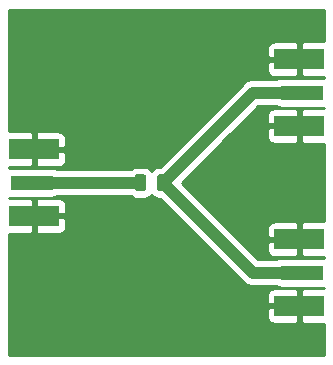
<source format=gbr>
%TF.GenerationSoftware,KiCad,Pcbnew,(5.1.9)-1*%
%TF.CreationDate,2021-03-17T18:50:59-04:00*%
%TF.ProjectId,PowerSplitter,506f7765-7253-4706-9c69-747465722e6b,rev?*%
%TF.SameCoordinates,Original*%
%TF.FileFunction,Copper,L1,Top*%
%TF.FilePolarity,Positive*%
%FSLAX46Y46*%
G04 Gerber Fmt 4.6, Leading zero omitted, Abs format (unit mm)*
G04 Created by KiCad (PCBNEW (5.1.9)-1) date 2021-03-17 18:50:59*
%MOMM*%
%LPD*%
G01*
G04 APERTURE LIST*
%TA.AperFunction,SMDPad,CuDef*%
%ADD10R,4.200000X1.750000*%
%TD*%
%TA.AperFunction,SMDPad,CuDef*%
%ADD11R,3.600000X1.270000*%
%TD*%
%TA.AperFunction,ViaPad*%
%ADD12C,0.800000*%
%TD*%
%TA.AperFunction,Conductor*%
%ADD13C,1.000000*%
%TD*%
%TA.AperFunction,Conductor*%
%ADD14C,0.254000*%
%TD*%
%TA.AperFunction,Conductor*%
%ADD15C,0.100000*%
%TD*%
G04 APERTURE END LIST*
D10*
%TO.P,J3,3_1*%
%TO.N,GND*%
X134420000Y-78455000D03*
%TO.P,J3,2_1*%
X134420000Y-84105000D03*
D11*
%TO.P,J3,1*%
%TO.N,Net-(C1-Pad1)*%
X134620000Y-81280000D03*
%TD*%
D10*
%TO.P,J2,3_1*%
%TO.N,GND*%
X134420000Y-63215000D03*
%TO.P,J2,2_1*%
X134420000Y-68865000D03*
D11*
%TO.P,J2,1*%
%TO.N,Net-(C1-Pad1)*%
X134620000Y-66040000D03*
%TD*%
D10*
%TO.P,J1,3_1*%
%TO.N,GND*%
X111960000Y-76485000D03*
%TO.P,J1,2_1*%
X111960000Y-70835000D03*
D11*
%TO.P,J1,1*%
%TO.N,Net-(C1-Pad2)*%
X111760000Y-73660000D03*
%TD*%
%TO.P,C1,2*%
%TO.N,Net-(C1-Pad2)*%
%TA.AperFunction,SMDPad,CuDef*%
G36*
G01*
X121470000Y-73185000D02*
X121470000Y-74135000D01*
G75*
G02*
X121220000Y-74385000I-250000J0D01*
G01*
X120720000Y-74385000D01*
G75*
G02*
X120470000Y-74135000I0J250000D01*
G01*
X120470000Y-73185000D01*
G75*
G02*
X120720000Y-72935000I250000J0D01*
G01*
X121220000Y-72935000D01*
G75*
G02*
X121470000Y-73185000I0J-250000D01*
G01*
G37*
%TD.AperFunction*%
%TO.P,C1,1*%
%TO.N,Net-(C1-Pad1)*%
%TA.AperFunction,SMDPad,CuDef*%
G36*
G01*
X123370000Y-73185000D02*
X123370000Y-74135000D01*
G75*
G02*
X123120000Y-74385000I-250000J0D01*
G01*
X122620000Y-74385000D01*
G75*
G02*
X122370000Y-74135000I0J250000D01*
G01*
X122370000Y-73185000D01*
G75*
G02*
X122620000Y-72935000I250000J0D01*
G01*
X123120000Y-72935000D01*
G75*
G02*
X123370000Y-73185000I0J-250000D01*
G01*
G37*
%TD.AperFunction*%
%TD*%
D12*
%TO.N,GND*%
X110668550Y-60494876D03*
X110668550Y-64494876D03*
X110668550Y-79494876D03*
X110668550Y-83494876D03*
X110668550Y-87494876D03*
X111668550Y-67494876D03*
X112668550Y-62494876D03*
X112668550Y-81494876D03*
X112668550Y-85494876D03*
X113668550Y-65494876D03*
X114668550Y-60494876D03*
X114668550Y-79494876D03*
X114668550Y-83494876D03*
X114668550Y-87494876D03*
X115668550Y-63494876D03*
X115668550Y-67494876D03*
X115668550Y-71494876D03*
X115668550Y-75494876D03*
X116668550Y-81494876D03*
X116668550Y-85494876D03*
X117668550Y-61494876D03*
X117668550Y-65494876D03*
X117668550Y-69494876D03*
X117668550Y-77494876D03*
X118668550Y-83494876D03*
X118668550Y-87494876D03*
X119668550Y-63494876D03*
X119668550Y-67494876D03*
X119668550Y-71494876D03*
X119668550Y-75494876D03*
X119668550Y-79494876D03*
X120668550Y-60494876D03*
X120668550Y-85494876D03*
X121668550Y-65494876D03*
X121668550Y-69494876D03*
X121668550Y-77494876D03*
X121668550Y-81494876D03*
X122668550Y-62494876D03*
X122668550Y-87494876D03*
X123668550Y-67494876D03*
X123668550Y-79494876D03*
X123668550Y-83494876D03*
X124668550Y-60494876D03*
X124668550Y-64494876D03*
X125668550Y-81494876D03*
X125668550Y-85494876D03*
X126668550Y-62494876D03*
X126668550Y-66494876D03*
X126668550Y-73494876D03*
X127668550Y-83494876D03*
X128668550Y-60494876D03*
X128668550Y-64494876D03*
X128668550Y-71494876D03*
X128668550Y-75494876D03*
X128668550Y-86494876D03*
X130668550Y-62494876D03*
X130668550Y-69494876D03*
X130668550Y-73494876D03*
X130668550Y-77494876D03*
X130668550Y-84494876D03*
X131668550Y-87494876D03*
X132668550Y-60494876D03*
X132668550Y-71494876D03*
X132668550Y-75494876D03*
X134668550Y-73494876D03*
X135668550Y-87494876D03*
%TD*%
D13*
%TO.N,Net-(C1-Pad2)*%
X111760000Y-73660000D02*
X120650000Y-73660000D01*
%TO.N,Net-(C1-Pad1)*%
X122870000Y-73660000D02*
X130490000Y-66040000D01*
X130490000Y-66040000D02*
X135890000Y-66040000D01*
X122870000Y-73660000D02*
X130490000Y-81280000D01*
X130490000Y-81280000D02*
X135890000Y-81280000D01*
%TD*%
D14*
%TO.N,GND*%
X121992038Y-74762962D02*
X122126614Y-74873405D01*
X122280150Y-74955472D01*
X122446746Y-75006008D01*
X122620000Y-75023072D01*
X122627941Y-75023072D01*
X129648009Y-82043141D01*
X129683551Y-82086449D01*
X129856377Y-82228284D01*
X130053553Y-82333676D01*
X130267501Y-82398577D01*
X130434248Y-82415000D01*
X130434257Y-82415000D01*
X130489999Y-82420490D01*
X130545741Y-82415000D01*
X132428296Y-82415000D01*
X132465506Y-82445537D01*
X132575820Y-82504502D01*
X132695518Y-82540812D01*
X132820000Y-82553072D01*
X136420000Y-82553072D01*
X136500001Y-82545193D01*
X136500001Y-82591962D01*
X134705750Y-82595000D01*
X134547000Y-82753750D01*
X134547000Y-83978000D01*
X134567000Y-83978000D01*
X134567000Y-84232000D01*
X134547000Y-84232000D01*
X134547000Y-85456250D01*
X134705750Y-85615000D01*
X136500001Y-85618038D01*
X136500001Y-88240000D01*
X109880000Y-88240000D01*
X109880000Y-84980000D01*
X131681928Y-84980000D01*
X131694188Y-85104482D01*
X131730498Y-85224180D01*
X131789463Y-85334494D01*
X131868815Y-85431185D01*
X131965506Y-85510537D01*
X132075820Y-85569502D01*
X132195518Y-85605812D01*
X132320000Y-85618072D01*
X134134250Y-85615000D01*
X134293000Y-85456250D01*
X134293000Y-84232000D01*
X131843750Y-84232000D01*
X131685000Y-84390750D01*
X131681928Y-84980000D01*
X109880000Y-84980000D01*
X109880000Y-83230000D01*
X131681928Y-83230000D01*
X131685000Y-83819250D01*
X131843750Y-83978000D01*
X134293000Y-83978000D01*
X134293000Y-82753750D01*
X134134250Y-82595000D01*
X132320000Y-82591928D01*
X132195518Y-82604188D01*
X132075820Y-82640498D01*
X131965506Y-82699463D01*
X131868815Y-82778815D01*
X131789463Y-82875506D01*
X131730498Y-82985820D01*
X131694188Y-83105518D01*
X131681928Y-83230000D01*
X109880000Y-83230000D01*
X109880000Y-77998038D01*
X111674250Y-77995000D01*
X111833000Y-77836250D01*
X111833000Y-76612000D01*
X112087000Y-76612000D01*
X112087000Y-77836250D01*
X112245750Y-77995000D01*
X114060000Y-77998072D01*
X114184482Y-77985812D01*
X114304180Y-77949502D01*
X114414494Y-77890537D01*
X114511185Y-77811185D01*
X114590537Y-77714494D01*
X114649502Y-77604180D01*
X114685812Y-77484482D01*
X114698072Y-77360000D01*
X114695000Y-76770750D01*
X114536250Y-76612000D01*
X112087000Y-76612000D01*
X111833000Y-76612000D01*
X111813000Y-76612000D01*
X111813000Y-76358000D01*
X111833000Y-76358000D01*
X111833000Y-75133750D01*
X112087000Y-75133750D01*
X112087000Y-76358000D01*
X114536250Y-76358000D01*
X114695000Y-76199250D01*
X114698072Y-75610000D01*
X114685812Y-75485518D01*
X114649502Y-75365820D01*
X114590537Y-75255506D01*
X114511185Y-75158815D01*
X114414494Y-75079463D01*
X114304180Y-75020498D01*
X114184482Y-74984188D01*
X114060000Y-74971928D01*
X112245750Y-74975000D01*
X112087000Y-75133750D01*
X111833000Y-75133750D01*
X111674250Y-74975000D01*
X109880000Y-74971962D01*
X109880000Y-74925193D01*
X109960000Y-74933072D01*
X113560000Y-74933072D01*
X113684482Y-74920812D01*
X113804180Y-74884502D01*
X113914494Y-74825537D01*
X113951704Y-74795000D01*
X120131077Y-74795000D01*
X120226614Y-74873405D01*
X120380150Y-74955472D01*
X120546746Y-75006008D01*
X120720000Y-75023072D01*
X121220000Y-75023072D01*
X121393254Y-75006008D01*
X121559850Y-74955472D01*
X121713386Y-74873405D01*
X121847962Y-74762962D01*
X121920000Y-74675183D01*
X121992038Y-74762962D01*
%TA.AperFunction,Conductor*%
D15*
G36*
X121992038Y-74762962D02*
G01*
X122126614Y-74873405D01*
X122280150Y-74955472D01*
X122446746Y-75006008D01*
X122620000Y-75023072D01*
X122627941Y-75023072D01*
X129648009Y-82043141D01*
X129683551Y-82086449D01*
X129856377Y-82228284D01*
X130053553Y-82333676D01*
X130267501Y-82398577D01*
X130434248Y-82415000D01*
X130434257Y-82415000D01*
X130489999Y-82420490D01*
X130545741Y-82415000D01*
X132428296Y-82415000D01*
X132465506Y-82445537D01*
X132575820Y-82504502D01*
X132695518Y-82540812D01*
X132820000Y-82553072D01*
X136420000Y-82553072D01*
X136500001Y-82545193D01*
X136500001Y-82591962D01*
X134705750Y-82595000D01*
X134547000Y-82753750D01*
X134547000Y-83978000D01*
X134567000Y-83978000D01*
X134567000Y-84232000D01*
X134547000Y-84232000D01*
X134547000Y-85456250D01*
X134705750Y-85615000D01*
X136500001Y-85618038D01*
X136500001Y-88240000D01*
X109880000Y-88240000D01*
X109880000Y-84980000D01*
X131681928Y-84980000D01*
X131694188Y-85104482D01*
X131730498Y-85224180D01*
X131789463Y-85334494D01*
X131868815Y-85431185D01*
X131965506Y-85510537D01*
X132075820Y-85569502D01*
X132195518Y-85605812D01*
X132320000Y-85618072D01*
X134134250Y-85615000D01*
X134293000Y-85456250D01*
X134293000Y-84232000D01*
X131843750Y-84232000D01*
X131685000Y-84390750D01*
X131681928Y-84980000D01*
X109880000Y-84980000D01*
X109880000Y-83230000D01*
X131681928Y-83230000D01*
X131685000Y-83819250D01*
X131843750Y-83978000D01*
X134293000Y-83978000D01*
X134293000Y-82753750D01*
X134134250Y-82595000D01*
X132320000Y-82591928D01*
X132195518Y-82604188D01*
X132075820Y-82640498D01*
X131965506Y-82699463D01*
X131868815Y-82778815D01*
X131789463Y-82875506D01*
X131730498Y-82985820D01*
X131694188Y-83105518D01*
X131681928Y-83230000D01*
X109880000Y-83230000D01*
X109880000Y-77998038D01*
X111674250Y-77995000D01*
X111833000Y-77836250D01*
X111833000Y-76612000D01*
X112087000Y-76612000D01*
X112087000Y-77836250D01*
X112245750Y-77995000D01*
X114060000Y-77998072D01*
X114184482Y-77985812D01*
X114304180Y-77949502D01*
X114414494Y-77890537D01*
X114511185Y-77811185D01*
X114590537Y-77714494D01*
X114649502Y-77604180D01*
X114685812Y-77484482D01*
X114698072Y-77360000D01*
X114695000Y-76770750D01*
X114536250Y-76612000D01*
X112087000Y-76612000D01*
X111833000Y-76612000D01*
X111813000Y-76612000D01*
X111813000Y-76358000D01*
X111833000Y-76358000D01*
X111833000Y-75133750D01*
X112087000Y-75133750D01*
X112087000Y-76358000D01*
X114536250Y-76358000D01*
X114695000Y-76199250D01*
X114698072Y-75610000D01*
X114685812Y-75485518D01*
X114649502Y-75365820D01*
X114590537Y-75255506D01*
X114511185Y-75158815D01*
X114414494Y-75079463D01*
X114304180Y-75020498D01*
X114184482Y-74984188D01*
X114060000Y-74971928D01*
X112245750Y-74975000D01*
X112087000Y-75133750D01*
X111833000Y-75133750D01*
X111674250Y-74975000D01*
X109880000Y-74971962D01*
X109880000Y-74925193D01*
X109960000Y-74933072D01*
X113560000Y-74933072D01*
X113684482Y-74920812D01*
X113804180Y-74884502D01*
X113914494Y-74825537D01*
X113951704Y-74795000D01*
X120131077Y-74795000D01*
X120226614Y-74873405D01*
X120380150Y-74955472D01*
X120546746Y-75006008D01*
X120720000Y-75023072D01*
X121220000Y-75023072D01*
X121393254Y-75006008D01*
X121559850Y-74955472D01*
X121713386Y-74873405D01*
X121847962Y-74762962D01*
X121920000Y-74675183D01*
X121992038Y-74762962D01*
G37*
%TD.AperFunction*%
D14*
X132465506Y-67205537D02*
X132575820Y-67264502D01*
X132695518Y-67300812D01*
X132820000Y-67313072D01*
X136420000Y-67313072D01*
X136500000Y-67305193D01*
X136500000Y-67351962D01*
X134705750Y-67355000D01*
X134547000Y-67513750D01*
X134547000Y-68738000D01*
X134567000Y-68738000D01*
X134567000Y-68992000D01*
X134547000Y-68992000D01*
X134547000Y-70216250D01*
X134705750Y-70375000D01*
X136500000Y-70378038D01*
X136500001Y-76941962D01*
X134705750Y-76945000D01*
X134547000Y-77103750D01*
X134547000Y-78328000D01*
X134567000Y-78328000D01*
X134567000Y-78582000D01*
X134547000Y-78582000D01*
X134547000Y-79806250D01*
X134705750Y-79965000D01*
X136500001Y-79968038D01*
X136500001Y-80014807D01*
X136420000Y-80006928D01*
X132820000Y-80006928D01*
X132695518Y-80019188D01*
X132575820Y-80055498D01*
X132465506Y-80114463D01*
X132428296Y-80145000D01*
X130960132Y-80145000D01*
X130145132Y-79330000D01*
X131681928Y-79330000D01*
X131694188Y-79454482D01*
X131730498Y-79574180D01*
X131789463Y-79684494D01*
X131868815Y-79781185D01*
X131965506Y-79860537D01*
X132075820Y-79919502D01*
X132195518Y-79955812D01*
X132320000Y-79968072D01*
X134134250Y-79965000D01*
X134293000Y-79806250D01*
X134293000Y-78582000D01*
X131843750Y-78582000D01*
X131685000Y-78740750D01*
X131681928Y-79330000D01*
X130145132Y-79330000D01*
X128395132Y-77580000D01*
X131681928Y-77580000D01*
X131685000Y-78169250D01*
X131843750Y-78328000D01*
X134293000Y-78328000D01*
X134293000Y-77103750D01*
X134134250Y-76945000D01*
X132320000Y-76941928D01*
X132195518Y-76954188D01*
X132075820Y-76990498D01*
X131965506Y-77049463D01*
X131868815Y-77128815D01*
X131789463Y-77225506D01*
X131730498Y-77335820D01*
X131694188Y-77455518D01*
X131681928Y-77580000D01*
X128395132Y-77580000D01*
X124475131Y-73660000D01*
X128395131Y-69740000D01*
X131681928Y-69740000D01*
X131694188Y-69864482D01*
X131730498Y-69984180D01*
X131789463Y-70094494D01*
X131868815Y-70191185D01*
X131965506Y-70270537D01*
X132075820Y-70329502D01*
X132195518Y-70365812D01*
X132320000Y-70378072D01*
X134134250Y-70375000D01*
X134293000Y-70216250D01*
X134293000Y-68992000D01*
X131843750Y-68992000D01*
X131685000Y-69150750D01*
X131681928Y-69740000D01*
X128395131Y-69740000D01*
X130145131Y-67990000D01*
X131681928Y-67990000D01*
X131685000Y-68579250D01*
X131843750Y-68738000D01*
X134293000Y-68738000D01*
X134293000Y-67513750D01*
X134134250Y-67355000D01*
X132320000Y-67351928D01*
X132195518Y-67364188D01*
X132075820Y-67400498D01*
X131965506Y-67459463D01*
X131868815Y-67538815D01*
X131789463Y-67635506D01*
X131730498Y-67745820D01*
X131694188Y-67865518D01*
X131681928Y-67990000D01*
X130145131Y-67990000D01*
X130960132Y-67175000D01*
X132428296Y-67175000D01*
X132465506Y-67205537D01*
%TA.AperFunction,Conductor*%
D15*
G36*
X132465506Y-67205537D02*
G01*
X132575820Y-67264502D01*
X132695518Y-67300812D01*
X132820000Y-67313072D01*
X136420000Y-67313072D01*
X136500000Y-67305193D01*
X136500000Y-67351962D01*
X134705750Y-67355000D01*
X134547000Y-67513750D01*
X134547000Y-68738000D01*
X134567000Y-68738000D01*
X134567000Y-68992000D01*
X134547000Y-68992000D01*
X134547000Y-70216250D01*
X134705750Y-70375000D01*
X136500000Y-70378038D01*
X136500001Y-76941962D01*
X134705750Y-76945000D01*
X134547000Y-77103750D01*
X134547000Y-78328000D01*
X134567000Y-78328000D01*
X134567000Y-78582000D01*
X134547000Y-78582000D01*
X134547000Y-79806250D01*
X134705750Y-79965000D01*
X136500001Y-79968038D01*
X136500001Y-80014807D01*
X136420000Y-80006928D01*
X132820000Y-80006928D01*
X132695518Y-80019188D01*
X132575820Y-80055498D01*
X132465506Y-80114463D01*
X132428296Y-80145000D01*
X130960132Y-80145000D01*
X130145132Y-79330000D01*
X131681928Y-79330000D01*
X131694188Y-79454482D01*
X131730498Y-79574180D01*
X131789463Y-79684494D01*
X131868815Y-79781185D01*
X131965506Y-79860537D01*
X132075820Y-79919502D01*
X132195518Y-79955812D01*
X132320000Y-79968072D01*
X134134250Y-79965000D01*
X134293000Y-79806250D01*
X134293000Y-78582000D01*
X131843750Y-78582000D01*
X131685000Y-78740750D01*
X131681928Y-79330000D01*
X130145132Y-79330000D01*
X128395132Y-77580000D01*
X131681928Y-77580000D01*
X131685000Y-78169250D01*
X131843750Y-78328000D01*
X134293000Y-78328000D01*
X134293000Y-77103750D01*
X134134250Y-76945000D01*
X132320000Y-76941928D01*
X132195518Y-76954188D01*
X132075820Y-76990498D01*
X131965506Y-77049463D01*
X131868815Y-77128815D01*
X131789463Y-77225506D01*
X131730498Y-77335820D01*
X131694188Y-77455518D01*
X131681928Y-77580000D01*
X128395132Y-77580000D01*
X124475131Y-73660000D01*
X128395131Y-69740000D01*
X131681928Y-69740000D01*
X131694188Y-69864482D01*
X131730498Y-69984180D01*
X131789463Y-70094494D01*
X131868815Y-70191185D01*
X131965506Y-70270537D01*
X132075820Y-70329502D01*
X132195518Y-70365812D01*
X132320000Y-70378072D01*
X134134250Y-70375000D01*
X134293000Y-70216250D01*
X134293000Y-68992000D01*
X131843750Y-68992000D01*
X131685000Y-69150750D01*
X131681928Y-69740000D01*
X128395131Y-69740000D01*
X130145131Y-67990000D01*
X131681928Y-67990000D01*
X131685000Y-68579250D01*
X131843750Y-68738000D01*
X134293000Y-68738000D01*
X134293000Y-67513750D01*
X134134250Y-67355000D01*
X132320000Y-67351928D01*
X132195518Y-67364188D01*
X132075820Y-67400498D01*
X131965506Y-67459463D01*
X131868815Y-67538815D01*
X131789463Y-67635506D01*
X131730498Y-67745820D01*
X131694188Y-67865518D01*
X131681928Y-67990000D01*
X130145131Y-67990000D01*
X130960132Y-67175000D01*
X132428296Y-67175000D01*
X132465506Y-67205537D01*
G37*
%TD.AperFunction*%
D14*
X136500000Y-61701962D02*
X134705750Y-61705000D01*
X134547000Y-61863750D01*
X134547000Y-63088000D01*
X134567000Y-63088000D01*
X134567000Y-63342000D01*
X134547000Y-63342000D01*
X134547000Y-64566250D01*
X134705750Y-64725000D01*
X136500000Y-64728038D01*
X136500000Y-64774807D01*
X136420000Y-64766928D01*
X132820000Y-64766928D01*
X132695518Y-64779188D01*
X132575820Y-64815498D01*
X132465506Y-64874463D01*
X132428296Y-64905000D01*
X130545741Y-64905000D01*
X130489999Y-64899510D01*
X130434257Y-64905000D01*
X130434248Y-64905000D01*
X130267501Y-64921423D01*
X130053553Y-64986324D01*
X129856377Y-65091716D01*
X129683551Y-65233551D01*
X129648009Y-65276859D01*
X122627941Y-72296928D01*
X122620000Y-72296928D01*
X122446746Y-72313992D01*
X122280150Y-72364528D01*
X122126614Y-72446595D01*
X121992038Y-72557038D01*
X121920000Y-72644817D01*
X121847962Y-72557038D01*
X121713386Y-72446595D01*
X121559850Y-72364528D01*
X121393254Y-72313992D01*
X121220000Y-72296928D01*
X120720000Y-72296928D01*
X120546746Y-72313992D01*
X120380150Y-72364528D01*
X120226614Y-72446595D01*
X120131077Y-72525000D01*
X113951704Y-72525000D01*
X113914494Y-72494463D01*
X113804180Y-72435498D01*
X113684482Y-72399188D01*
X113560000Y-72386928D01*
X109960000Y-72386928D01*
X109880000Y-72394807D01*
X109880000Y-72348038D01*
X111674250Y-72345000D01*
X111833000Y-72186250D01*
X111833000Y-70962000D01*
X112087000Y-70962000D01*
X112087000Y-72186250D01*
X112245750Y-72345000D01*
X114060000Y-72348072D01*
X114184482Y-72335812D01*
X114304180Y-72299502D01*
X114414494Y-72240537D01*
X114511185Y-72161185D01*
X114590537Y-72064494D01*
X114649502Y-71954180D01*
X114685812Y-71834482D01*
X114698072Y-71710000D01*
X114695000Y-71120750D01*
X114536250Y-70962000D01*
X112087000Y-70962000D01*
X111833000Y-70962000D01*
X111813000Y-70962000D01*
X111813000Y-70708000D01*
X111833000Y-70708000D01*
X111833000Y-69483750D01*
X112087000Y-69483750D01*
X112087000Y-70708000D01*
X114536250Y-70708000D01*
X114695000Y-70549250D01*
X114698072Y-69960000D01*
X114685812Y-69835518D01*
X114649502Y-69715820D01*
X114590537Y-69605506D01*
X114511185Y-69508815D01*
X114414494Y-69429463D01*
X114304180Y-69370498D01*
X114184482Y-69334188D01*
X114060000Y-69321928D01*
X112245750Y-69325000D01*
X112087000Y-69483750D01*
X111833000Y-69483750D01*
X111674250Y-69325000D01*
X109880000Y-69321962D01*
X109880000Y-64090000D01*
X131681928Y-64090000D01*
X131694188Y-64214482D01*
X131730498Y-64334180D01*
X131789463Y-64444494D01*
X131868815Y-64541185D01*
X131965506Y-64620537D01*
X132075820Y-64679502D01*
X132195518Y-64715812D01*
X132320000Y-64728072D01*
X134134250Y-64725000D01*
X134293000Y-64566250D01*
X134293000Y-63342000D01*
X131843750Y-63342000D01*
X131685000Y-63500750D01*
X131681928Y-64090000D01*
X109880000Y-64090000D01*
X109880000Y-62340000D01*
X131681928Y-62340000D01*
X131685000Y-62929250D01*
X131843750Y-63088000D01*
X134293000Y-63088000D01*
X134293000Y-61863750D01*
X134134250Y-61705000D01*
X132320000Y-61701928D01*
X132195518Y-61714188D01*
X132075820Y-61750498D01*
X131965506Y-61809463D01*
X131868815Y-61888815D01*
X131789463Y-61985506D01*
X131730498Y-62095820D01*
X131694188Y-62215518D01*
X131681928Y-62340000D01*
X109880000Y-62340000D01*
X109880000Y-59080000D01*
X136500000Y-59080000D01*
X136500000Y-61701962D01*
%TA.AperFunction,Conductor*%
D15*
G36*
X136500000Y-61701962D02*
G01*
X134705750Y-61705000D01*
X134547000Y-61863750D01*
X134547000Y-63088000D01*
X134567000Y-63088000D01*
X134567000Y-63342000D01*
X134547000Y-63342000D01*
X134547000Y-64566250D01*
X134705750Y-64725000D01*
X136500000Y-64728038D01*
X136500000Y-64774807D01*
X136420000Y-64766928D01*
X132820000Y-64766928D01*
X132695518Y-64779188D01*
X132575820Y-64815498D01*
X132465506Y-64874463D01*
X132428296Y-64905000D01*
X130545741Y-64905000D01*
X130489999Y-64899510D01*
X130434257Y-64905000D01*
X130434248Y-64905000D01*
X130267501Y-64921423D01*
X130053553Y-64986324D01*
X129856377Y-65091716D01*
X129683551Y-65233551D01*
X129648009Y-65276859D01*
X122627941Y-72296928D01*
X122620000Y-72296928D01*
X122446746Y-72313992D01*
X122280150Y-72364528D01*
X122126614Y-72446595D01*
X121992038Y-72557038D01*
X121920000Y-72644817D01*
X121847962Y-72557038D01*
X121713386Y-72446595D01*
X121559850Y-72364528D01*
X121393254Y-72313992D01*
X121220000Y-72296928D01*
X120720000Y-72296928D01*
X120546746Y-72313992D01*
X120380150Y-72364528D01*
X120226614Y-72446595D01*
X120131077Y-72525000D01*
X113951704Y-72525000D01*
X113914494Y-72494463D01*
X113804180Y-72435498D01*
X113684482Y-72399188D01*
X113560000Y-72386928D01*
X109960000Y-72386928D01*
X109880000Y-72394807D01*
X109880000Y-72348038D01*
X111674250Y-72345000D01*
X111833000Y-72186250D01*
X111833000Y-70962000D01*
X112087000Y-70962000D01*
X112087000Y-72186250D01*
X112245750Y-72345000D01*
X114060000Y-72348072D01*
X114184482Y-72335812D01*
X114304180Y-72299502D01*
X114414494Y-72240537D01*
X114511185Y-72161185D01*
X114590537Y-72064494D01*
X114649502Y-71954180D01*
X114685812Y-71834482D01*
X114698072Y-71710000D01*
X114695000Y-71120750D01*
X114536250Y-70962000D01*
X112087000Y-70962000D01*
X111833000Y-70962000D01*
X111813000Y-70962000D01*
X111813000Y-70708000D01*
X111833000Y-70708000D01*
X111833000Y-69483750D01*
X112087000Y-69483750D01*
X112087000Y-70708000D01*
X114536250Y-70708000D01*
X114695000Y-70549250D01*
X114698072Y-69960000D01*
X114685812Y-69835518D01*
X114649502Y-69715820D01*
X114590537Y-69605506D01*
X114511185Y-69508815D01*
X114414494Y-69429463D01*
X114304180Y-69370498D01*
X114184482Y-69334188D01*
X114060000Y-69321928D01*
X112245750Y-69325000D01*
X112087000Y-69483750D01*
X111833000Y-69483750D01*
X111674250Y-69325000D01*
X109880000Y-69321962D01*
X109880000Y-64090000D01*
X131681928Y-64090000D01*
X131694188Y-64214482D01*
X131730498Y-64334180D01*
X131789463Y-64444494D01*
X131868815Y-64541185D01*
X131965506Y-64620537D01*
X132075820Y-64679502D01*
X132195518Y-64715812D01*
X132320000Y-64728072D01*
X134134250Y-64725000D01*
X134293000Y-64566250D01*
X134293000Y-63342000D01*
X131843750Y-63342000D01*
X131685000Y-63500750D01*
X131681928Y-64090000D01*
X109880000Y-64090000D01*
X109880000Y-62340000D01*
X131681928Y-62340000D01*
X131685000Y-62929250D01*
X131843750Y-63088000D01*
X134293000Y-63088000D01*
X134293000Y-61863750D01*
X134134250Y-61705000D01*
X132320000Y-61701928D01*
X132195518Y-61714188D01*
X132075820Y-61750498D01*
X131965506Y-61809463D01*
X131868815Y-61888815D01*
X131789463Y-61985506D01*
X131730498Y-62095820D01*
X131694188Y-62215518D01*
X131681928Y-62340000D01*
X109880000Y-62340000D01*
X109880000Y-59080000D01*
X136500000Y-59080000D01*
X136500000Y-61701962D01*
G37*
%TD.AperFunction*%
%TD*%
M02*

</source>
